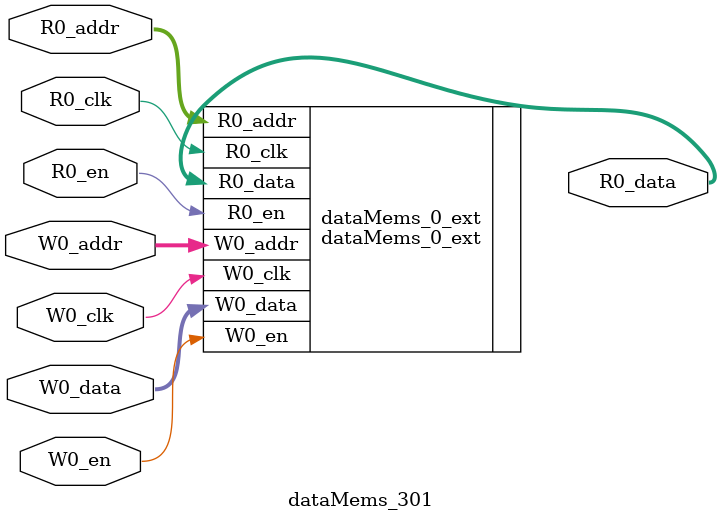
<source format=sv>
`ifndef RANDOMIZE
  `ifdef RANDOMIZE_REG_INIT
    `define RANDOMIZE
  `endif // RANDOMIZE_REG_INIT
`endif // not def RANDOMIZE
`ifndef RANDOMIZE
  `ifdef RANDOMIZE_MEM_INIT
    `define RANDOMIZE
  `endif // RANDOMIZE_MEM_INIT
`endif // not def RANDOMIZE

`ifndef RANDOM
  `define RANDOM $random
`endif // not def RANDOM

// Users can define 'PRINTF_COND' to add an extra gate to prints.
`ifndef PRINTF_COND_
  `ifdef PRINTF_COND
    `define PRINTF_COND_ (`PRINTF_COND)
  `else  // PRINTF_COND
    `define PRINTF_COND_ 1
  `endif // PRINTF_COND
`endif // not def PRINTF_COND_

// Users can define 'ASSERT_VERBOSE_COND' to add an extra gate to assert error printing.
`ifndef ASSERT_VERBOSE_COND_
  `ifdef ASSERT_VERBOSE_COND
    `define ASSERT_VERBOSE_COND_ (`ASSERT_VERBOSE_COND)
  `else  // ASSERT_VERBOSE_COND
    `define ASSERT_VERBOSE_COND_ 1
  `endif // ASSERT_VERBOSE_COND
`endif // not def ASSERT_VERBOSE_COND_

// Users can define 'STOP_COND' to add an extra gate to stop conditions.
`ifndef STOP_COND_
  `ifdef STOP_COND
    `define STOP_COND_ (`STOP_COND)
  `else  // STOP_COND
    `define STOP_COND_ 1
  `endif // STOP_COND
`endif // not def STOP_COND_

// Users can define INIT_RANDOM as general code that gets injected into the
// initializer block for modules with registers.
`ifndef INIT_RANDOM
  `define INIT_RANDOM
`endif // not def INIT_RANDOM

// If using random initialization, you can also define RANDOMIZE_DELAY to
// customize the delay used, otherwise 0.002 is used.
`ifndef RANDOMIZE_DELAY
  `define RANDOMIZE_DELAY 0.002
`endif // not def RANDOMIZE_DELAY

// Define INIT_RANDOM_PROLOG_ for use in our modules below.
`ifndef INIT_RANDOM_PROLOG_
  `ifdef RANDOMIZE
    `ifdef VERILATOR
      `define INIT_RANDOM_PROLOG_ `INIT_RANDOM
    `else  // VERILATOR
      `define INIT_RANDOM_PROLOG_ `INIT_RANDOM #`RANDOMIZE_DELAY begin end
    `endif // VERILATOR
  `else  // RANDOMIZE
    `define INIT_RANDOM_PROLOG_
  `endif // RANDOMIZE
`endif // not def INIT_RANDOM_PROLOG_

// Include register initializers in init blocks unless synthesis is set
`ifndef SYNTHESIS
  `ifndef ENABLE_INITIAL_REG_
    `define ENABLE_INITIAL_REG_
  `endif // not def ENABLE_INITIAL_REG_
`endif // not def SYNTHESIS

// Include rmemory initializers in init blocks unless synthesis is set
`ifndef SYNTHESIS
  `ifndef ENABLE_INITIAL_MEM_
    `define ENABLE_INITIAL_MEM_
  `endif // not def ENABLE_INITIAL_MEM_
`endif // not def SYNTHESIS

module dataMems_301(	// @[generators/ara/src/main/scala/UnsafeAXI4ToTL.scala:365:62]
  input  [4:0]  R0_addr,
  input         R0_en,
  input         R0_clk,
  output [66:0] R0_data,
  input  [4:0]  W0_addr,
  input         W0_en,
  input         W0_clk,
  input  [66:0] W0_data
);

  dataMems_0_ext dataMems_0_ext (	// @[generators/ara/src/main/scala/UnsafeAXI4ToTL.scala:365:62]
    .R0_addr (R0_addr),
    .R0_en   (R0_en),
    .R0_clk  (R0_clk),
    .R0_data (R0_data),
    .W0_addr (W0_addr),
    .W0_en   (W0_en),
    .W0_clk  (W0_clk),
    .W0_data (W0_data)
  );
endmodule


</source>
